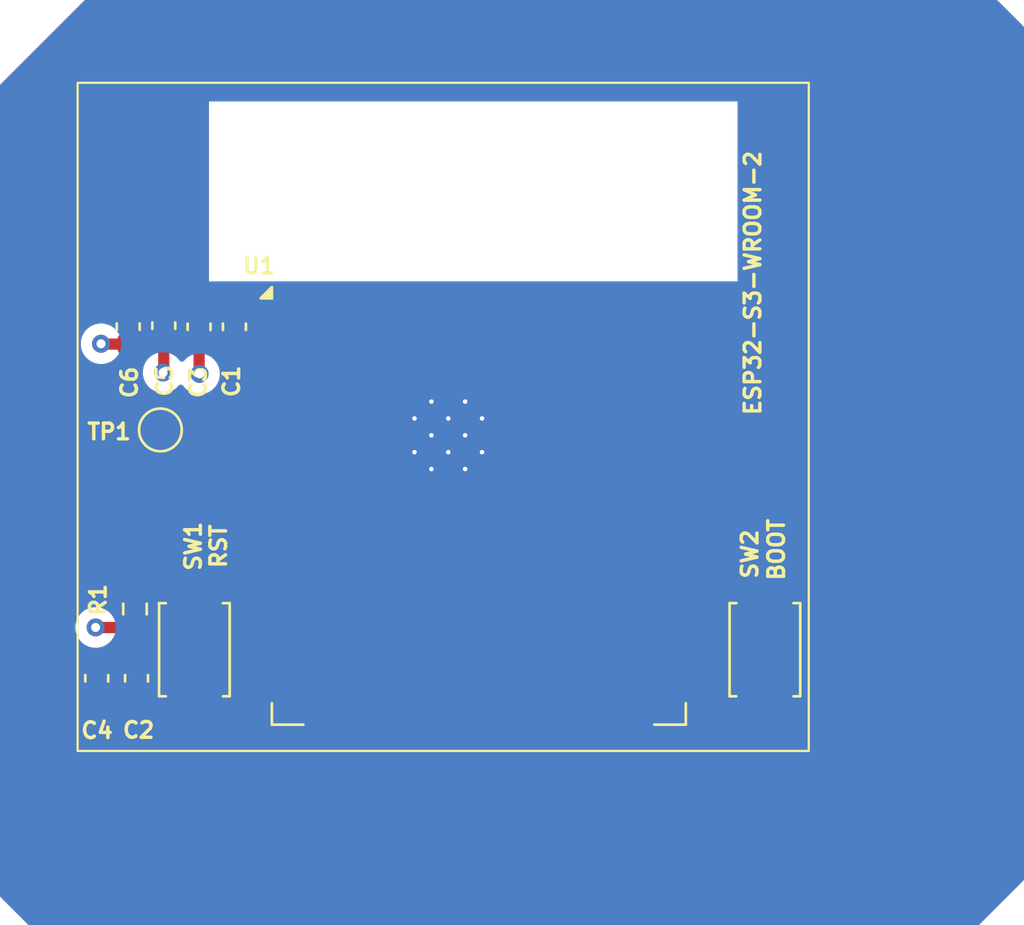
<source format=kicad_pcb>
(kicad_pcb (version 20241229) (generator "pcbnew") (generator_version "9.0")
  (layers (0 "F.Cu" signal) (4 "In1.Cu" signal) (6 "In2.Cu" signal) (2 "B.Cu" signal) (13 "F.Paste" user) (15 "B.Paste" user) (5 "F.SilkS" user "F.Silkscreen") (7 "B.SilkS" user "B.Silkscreen") (1 "F.Mask" user) (3 "B.Mask" user) (25 "Edge.Cuts" user))
  (net 0 "")
  (net 1 "/esp32-s3-wroom-2/3V3")
  (net 2 "/esp32-s3-wroom-2/GND")
  (net 3 "Net-(U1-EN)")
  (net 4 "Net-(U1-IO0)")
  (net 5 "/esp32-s3-wroom-2/IO15")
  (net 7 "/esp32-s3-wroom-2/IO12")
  (net 8 "/esp32-s3-wroom-2/IO6")
  (net 9 "/esp32-s3-wroom-2/MTDO{slash}IO40")
  (net 10 "/esp32-s3-wroom-2/IO21")
  (net 11 "/esp32-s3-wroom-2/IO46")
  (net 12 "/esp32-s3-wroom-2/IO7")
  (net 13 "/esp32-s3-wroom-2/IO8")
  (net 14 "/esp32-s3-wroom-2/IO18")
  (net 15 "/esp32-s3-wroom-2/IO2")
  (net 16 "/esp32-s3-wroom-2/IO3")
  (net 17 "/esp32-s3-wroom-2/IO48")
  (net 18 "/esp32-s3-wroom-2/IO10")
  (net 19 "/esp32-s3-wroom-2/IO47")
  (net 20 "/esp32-s3-wroom-2/IO9")
  (net 21 "/esp32-s3-wroom-2/MTCK{slash}IO39")
  (net 22 "/esp32-s3-wroom-2/IO45")
  (net 24 "/esp32-s3-wroom-2/IO13")
  (net 25 "/esp32-s3-wroom-2/IO11")
  (net 26 "/esp32-s3-wroom-2/RXD0{slash}IO44")
  (net 27 "/esp32-s3-wroom-2/IO5")
  (net 28 "/esp32-s3-wroom-2/USB_D-")
  (net 30 "/esp32-s3-wroom-2/IO4")
  (net 31 "/esp32-s3-wroom-2/IO38")
  (net 32 "/esp32-s3-wroom-2/IO17")
  (net 33 "/esp32-s3-wroom-2/IO14")
  (net 34 "/esp32-s3-wroom-2/IO16")
  (net 35 "/esp32-s3-wroom-2/MTDI{slash}IO41")
  (net 36 "/esp32-s3-wroom-2/USB_D+")
  (net 37 "/esp32-s3-wroom-2/TXD0{slash}IO43")
  (net 38 "/esp32-s3-wroom-2/IO1")
  (net 39 "/esp32-s3-wroom-2/MTMS{slash}IO42")
  (footprint "Capacitor_SMD:C_0603_1608Metric" (layer "F.Cu") (at 62.06 59.72 90)
    (property "Reference" "C6" (at -2.48 0.05 90) (layer "F.SilkS") (effects (font (size 0.7 0.7) (thickness 0.153))))
    (property "Value" "0.1uF")
    (fp_line (start -0.14058 -0.51) (end 0.14058 -0.51) (stroke (width 0.12)) (layer "F.SilkS"))
    (fp_line (start -0.14058 0.51) (end 0.14058 0.51) (stroke (width 0.12)) (layer "F.SilkS"))
    (pad "1" smd roundrect (at -0.775 0 90) (size 0.9 0.95) (layers "F.Cu" "F.Mask" "F.Paste") (net 1 "/esp32-s3-wroom-2/3V3"))
    (pad "2" smd roundrect (at 0.775 0 90) (size 0.9 0.95) (layers "F.Cu" "F.Mask" "F.Paste") (net 2 "/esp32-s3-wroom-2/GND"))
  )
  (footprint "TestPoint:TestPoint_Pad_D1.5mm" (layer "F.Cu") (at 63.49 64.31)
    (property "Reference" "TP1" (at -2.28 0.08 0) (layer "F.SilkS") (effects (font (size 0.7 0.7) (thickness 0.153))))
    (property "Value" "T_EN")
    (fp_circle (center 0 0) (end 0 0.95) (stroke (width 0.12)) (fill no) (layer "F.SilkS"))
    (pad "1" smd circle (at 0 0) (size 1.5 1.5) (layers "F.Cu" "F.Mask") (net 3 "Net-(U1-EN)"))
  )
  (footprint "Capacitor_SMD:C_0603_1608Metric" (layer "F.Cu") (at 66.78 59.725 90)
    (property "Reference" "C1" (at -2.425 -0.13 90) (layer "F.SilkS") (effects (font (size 0.7 0.7) (thickness 0.153))))
    (property "Value" "22uF")
    (fp_line (start -0.14058 -0.51) (end 0.14058 -0.51) (stroke (width 0.12)) (layer "F.SilkS"))
    (fp_line (start -0.14058 0.51) (end 0.14058 0.51) (stroke (width 0.12)) (layer "F.SilkS"))
    (pad "1" smd roundrect (at -0.775 0 90) (size 0.9 0.95) (layers "F.Cu" "F.Mask" "F.Paste") (net 1 "/esp32-s3-wroom-2/3V3"))
    (pad "2" smd roundrect (at 0.775 0 90) (size 0.9 0.95) (layers "F.Cu" "F.Mask" "F.Paste") (net 2 "/esp32-s3-wroom-2/GND"))
  )
  (footprint "RF_Module:ESP32-S3-WROOM-2" (layer "F.Cu") (at 77.645 64.46)
    (property "Reference" "U1" (at -10.575 -7.44 180) (layer "F.SilkS") (effects (font (size 0.7 0.7) (thickness 0.153)) (justify left)))
    (property "Value" "ESP32-S3-WROOM-2")
    (fp_line (start -9.2 12.95) (end -9.2 12) (stroke (width 0.12)) (layer "F.SilkS"))
    (fp_line (start -7.8 12.95) (end -9.2 12.95) (stroke (width 0.12)) (layer "F.SilkS"))
    (fp_line (start 7.8 12.95) (end 9.2 12.95) (stroke (width 0.12)) (layer "F.SilkS"))
    (fp_line (start 9.2 12.95) (end 9.2 12) (stroke (width 0.12)) (layer "F.SilkS"))
    (fp_poly (pts (xy -9.2 -6) (xy -9.7 -6) (xy -9.2 -6.5) (xy -9.2 -6)) (stroke (width 0.12)) (fill yes) (layer "F.SilkS"))
    (pad "1" smd rect (at -8.75 -5.26) (size 1.5 0.9) (layers "F.Cu" "F.Mask" "F.Paste") (net 2 "/esp32-s3-wroom-2/GND"))
    (pad "2" smd rect (at -8.75 -3.99) (size 1.5 0.9) (layers "F.Cu" "F.Mask" "F.Paste") (net 1 "/esp32-s3-wroom-2/3V3"))
    (pad "3" smd rect (at -8.75 -2.72) (size 1.5 0.9) (layers "F.Cu" "F.Mask" "F.Paste") (net 3 "Net-(U1-EN)"))
    (pad "4" smd rect (at -8.75 -1.45) (size 1.5 0.9) (layers "F.Cu" "F.Mask" "F.Paste") (net 30 "/esp32-s3-wroom-2/IO4"))
    (pad "5" smd rect (at -8.75 -0.18) (size 1.5 0.9) (layers "F.Cu" "F.Mask" "F.Paste") (net 27 "/esp32-s3-wroom-2/IO5"))
    (pad "6" smd rect (at -8.75 1.09) (size 1.5 0.9) (layers "F.Cu" "F.Mask" "F.Paste") (net 8 "/esp32-s3-wroom-2/IO6"))
    (pad "7" smd rect (at -8.75 2.36) (size 1.5 0.9) (layers "F.Cu" "F.Mask" "F.Paste") (net 12 "/esp32-s3-wroom-2/IO7"))
    (pad "8" smd rect (at -8.75 3.63) (size 1.5 0.9) (layers "F.Cu" "F.Mask" "F.Paste") (net 5 "/esp32-s3-wroom-2/IO15"))
    (pad "9" smd rect (at -8.75 4.9) (size 1.5 0.9) (layers "F.Cu" "F.Mask" "F.Paste") (net 34 "/esp32-s3-wroom-2/IO16"))
    (pad "10" smd rect (at -8.75 6.17) (size 1.5 0.9) (layers "F.Cu" "F.Mask" "F.Paste") (net 32 "/esp32-s3-wroom-2/IO17"))
    (pad "11" smd rect (at -8.75 7.44) (size 1.5 0.9) (layers "F.Cu" "F.Mask" "F.Paste") (net 14 "/esp32-s3-wroom-2/IO18"))
    (pad "12" smd rect (at -8.75 8.71) (size 1.5 0.9) (layers "F.Cu" "F.Mask" "F.Paste") (net 13 "/esp32-s3-wroom-2/IO8"))
    (pad "13" smd rect (at -8.75 9.98) (size 1.5 0.9) (layers "F.Cu" "F.Mask" "F.Paste") (net 28 "/esp32-s3-wroom-2/USB_D-"))
    (pad "14" smd rect (at -8.75 11.25) (size 1.5 0.9) (layers "F.Cu" "F.Mask" "F.Paste") (net 36 "/esp32-s3-wroom-2/USB_D+"))
    (pad "15" smd rect (at -6.985 12.5 90) (size 1.5 0.9) (layers "F.Cu" "F.Mask" "F.Paste") (net 16 "/esp32-s3-wroom-2/IO3"))
    (pad "16" smd rect (at -5.715 12.5 90) (size 1.5 0.9) (layers "F.Cu" "F.Mask" "F.Paste") (net 11 "/esp32-s3-wroom-2/IO46"))
    (pad "17" smd rect (at -4.445 12.5 90) (size 1.5 0.9) (layers "F.Cu" "F.Mask" "F.Paste") (net 20 "/esp32-s3-wroom-2/IO9"))
    (pad "18" smd rect (at -3.175 12.5 90) (size 1.5 0.9) (layers "F.Cu" "F.Mask" "F.Paste") (net 18 "/esp32-s3-wroom-2/IO10"))
    (pad "19" smd rect (at -1.905 12.5 90) (size 1.5 0.9) (layers "F.Cu" "F.Mask" "F.Paste") (net 25 "/esp32-s3-wroom-2/IO11"))
    (pad "20" smd rect (at -0.635 12.5 90) (size 1.5 0.9) (layers "F.Cu" "F.Mask" "F.Paste") (net 7 "/esp32-s3-wroom-2/IO12"))
    (pad "21" smd rect (at 0.635 12.5 90) (size 1.5 0.9) (layers "F.Cu" "F.Mask" "F.Paste") (net 24 "/esp32-s3-wroom-2/IO13"))
    (pad "22" smd rect (at 1.905 12.5 90) (size 1.5 0.9) (layers "F.Cu" "F.Mask" "F.Paste") (net 33 "/esp32-s3-wroom-2/IO14"))
    (pad "23" smd rect (at 3.175 12.5 90) (size 1.5 0.9) (layers "F.Cu" "F.Mask" "F.Paste") (net 10 "/esp32-s3-wroom-2/IO21"))
    (pad "24" smd rect (at 4.445 12.5 90) (size 1.5 0.9) (layers "F.Cu" "F.Mask" "F.Paste") (net 19 "/esp32-s3-wroom-2/IO47"))
    (pad "25" smd rect (at 5.715 12.5 90) (size 1.5 0.9) (layers "F.Cu" "F.Mask" "F.Paste") (net 17 "/esp32-s3-wroom-2/IO48"))
    (pad "26" smd rect (at 6.985 12.5 90) (size 1.5 0.9) (layers "F.Cu" "F.Mask" "F.Paste") (net 22 "/esp32-s3-wroom-2/IO45"))
    (pad "27" smd rect (at 8.75 11.25) (size 1.5 0.9) (layers "F.Cu" "F.Mask" "F.Paste") (net 4 "Net-(U1-IO0)"))
    (pad "28" smd rect (at 8.75 9.98) (size 1.5 0.9) (layers "F.Cu" "F.Mask" "F.Paste"))
    (pad "29" smd rect (at 8.75 8.71) (size 1.5 0.9) (layers "F.Cu" "F.Mask" "F.Paste"))
    (pad "30" smd rect (at 8.75 7.44) (size 1.5 0.9) (layers "F.Cu" "F.Mask" "F.Paste"))
    (pad "31" smd rect (at 8.75 6.17) (size 1.5 0.9) (layers "F.Cu" "F.Mask" "F.Paste") (net 31 "/esp32-s3-wroom-2/IO38"))
    (pad "32" smd rect (at 8.75 4.9) (size 1.5 0.9) (layers "F.Cu" "F.Mask" "F.Paste") (net 21 "/esp32-s3-wroom-2/MTCK{slash}IO39"))
    (pad "33" smd rect (at 8.75 3.63) (size 1.5 0.9) (layers "F.Cu" "F.Mask" "F.Paste") (net 9 "/esp32-s3-wroom-2/MTDO{slash}IO40"))
    (pad "34" smd rect (at 8.75 2.36) (size 1.5 0.9) (layers "F.Cu" "F.Mask" "F.Paste") (net 35 "/esp32-s3-wroom-2/MTDI{slash}IO41"))
    (pad "35" smd rect (at 8.75 1.09) (size 1.5 0.9) (layers "F.Cu" "F.Mask" "F.Paste") (net 39 "/esp32-s3-wroom-2/MTMS{slash}IO42"))
    (pad "36" smd rect (at 8.75 -0.18) (size 1.5 0.9) (layers "F.Cu" "F.Mask" "F.Paste") (net 26 "/esp32-s3-wroom-2/RXD0{slash}IO44"))
    (pad "37" smd rect (at 8.75 -1.45) (size 1.5 0.9) (layers "F.Cu" "F.Mask" "F.Paste") (net 37 "/esp32-s3-wroom-2/TXD0{slash}IO43"))
    (pad "38" smd rect (at 8.75 -2.72) (size 1.5 0.9) (layers "F.Cu" "F.Mask" "F.Paste") (net 15 "/esp32-s3-wroom-2/IO2"))
    (pad "39" smd rect (at 8.75 -3.99) (size 1.5 0.9) (layers "F.Cu" "F.Mask" "F.Paste") (net 38 "/esp32-s3-wroom-2/IO1"))
    (pad "40" smd rect (at 8.75 -5.26) (size 1.5 0.9) (layers "F.Cu" "F.Mask" "F.Paste") (net 2 "/esp32-s3-wroom-2/GND"))
    (pad "41" smd rect (at -2.86 -1.41) (size 1 1) (property pad_prop_heatsink) (layers "F.Cu" "F.Mask" "F.Paste") (net 2 "/esp32-s3-wroom-2/GND"))
    (pad "41" thru_hole circle (at -2.86 -0.66) (size 0.6 0.6) (drill 0.2) (property pad_prop_heatsink) (layers "*.Cu" "*.Mask") (net 2 "/esp32-s3-wroom-2/GND"))
    (pad "41" smd rect (at -2.86 0.09) (size 1 1) (property pad_prop_heatsink) (layers "F.Cu" "F.Mask" "F.Paste") (net 2 "/esp32-s3-wroom-2/GND"))
    (pad "41" thru_hole circle (at -2.86 0.84) (size 0.6 0.6) (drill 0.2) (property pad_prop_heatsink) (layers "*.Cu" "*.Mask") (net 2 "/esp32-s3-wroom-2/GND"))
    (pad "41" smd rect (at -2.86 1.59) (size 1 1) (property pad_prop_heatsink) (layers "F.Cu" "F.Mask" "F.Paste") (net 2 "/esp32-s3-wroom-2/GND"))
    (pad "41" thru_hole circle (at -2.11 -1.41) (size 0.6 0.6) (drill 0.2) (property pad_prop_heatsink) (layers "*.Cu" "*.Mask") (net 2 "/esp32-s3-wroom-2/GND"))
    (pad "41" thru_hole circle (at -2.11 0.09) (size 0.6 0.6) (drill 0.2) (property pad_prop_heatsink) (layers "*.Cu" "*.Mask") (net 2 "/esp32-s3-wroom-2/GND"))
    (pad "41" thru_hole circle (at -2.11 1.59) (size 0.6 0.6) (drill 0.2) (property pad_prop_heatsink) (layers "*.Cu" "*.Mask") (net 2 "/esp32-s3-wroom-2/GND"))
    (pad "41" smd rect (at -1.36 -1.41) (size 1 1) (property pad_prop_heatsink) (layers "F.Cu" "F.Mask" "F.Paste") (net 2 "/esp32-s3-wroom-2/GND"))
    (pad "41" thru_hole circle (at -1.36 -0.66) (size 0.6 0.6) (drill 0.2) (property pad_prop_heatsink) (layers "*.Cu" "*.Mask") (net 2 "/esp32-s3-wroom-2/GND"))
    (pad "41" smd rect (at -1.36 0.09) (size 1 1) (property pad_prop_heatsink) (layers "F.Cu" "F.Mask" "F.Paste") (net 2 "/esp32-s3-wroom-2/GND"))
    (pad "41" thru_hole circle (at -1.36 0.84) (size 0.6 0.6) (drill 0.2) (property pad_prop_heatsink) (layers "*.Cu" "*.Mask") (net 2 "/esp32-s3-wroom-2/GND"))
    (pad "41" smd rect (at -1.36 1.59) (size 1 1) (property pad_prop_heatsink) (layers "F.Cu" "F.Mask" "F.Paste") (net 2 "/esp32-s3-wroom-2/GND"))
    (pad "41" thru_hole circle (at -0.61 -1.41) (size 0.6 0.6) (drill 0.2) (property pad_prop_heatsink) (layers "*.Cu" "*.Mask") (net 2 "/esp32-s3-wroom-2/GND"))
    (pad "41" thru_hole circle (at -0.61 0.09) (size 0.6 0.6) (drill 0.2) (property pad_prop_heatsink) (layers "*.Cu" "*.Mask") (net 2 "/esp32-s3-wroom-2/GND"))
    (pad "41" thru_hole circle (at -0.61 1.59) (size 0.6 0.6) (drill 0.2) (property pad_prop_heatsink) (layers "*.Cu" "*.Mask") (net 2 "/esp32-s3-wroom-2/GND"))
    (pad "41" smd rect (at 0.14 -1.41) (size 1 1) (property pad_prop_heatsink) (layers "F.Cu" "F.Mask" "F.Paste") (net 2 "/esp32-s3-wroom-2/GND"))
    (pad "41" thru_hole circle (at 0.14 -0.66) (size 0.6 0.6) (drill 0.2) (property pad_prop_heatsink) (layers "*.Cu" "*.Mask") (net 2 "/esp32-s3-wroom-2/GND"))
    (pad "41" smd rect (at 0.14 0.09) (size 1 1) (property pad_prop_heatsink) (layers "F.Cu" "F.Mask" "F.Paste") (net 2 "/esp32-s3-wroom-2/GND"))
    (pad "41" thru_hole circle (at 0.14 0.84) (size 0.6 0.6) (drill 0.2) (property pad_prop_heatsink) (layers "*.Cu" "*.Mask") (net 2 "/esp32-s3-wroom-2/GND"))
    (pad "41" smd rect (at 0.14 1.59) (size 1 1) (property pad_prop_heatsink) (layers "F.Cu" "F.Mask" "F.Paste") (net 2 "/esp32-s3-wroom-2/GND"))
    (zone (net 0) (net_name "") (layers "F.Cu" "B.Cu" "In1.Cu" "In2.Cu") (connect_pads (clearance 0)) (min_thickness 0.25)
      (keepout (tracks not_allowed) (vias not_allowed) (pads not_allowed) (copperpour not_allowed) (footprints not_allowed))
      (fill (thermal_gap 0.5) (thermal_bridge_width 0.5))
      (polygon (pts (xy 65.645 49.71) (xy 89.145 49.71) (xy 89.145 57.71) (xy 65.645 57.71)))
    )
  )
  (footprint "Button_Switch_SMD:SW_Push_SPST_NO_Alps_SKRK" (layer "F.Cu") (at 90.36 74.08 90)
    (property "Reference" "SW2" (at 4.25 -0.67 90) (layer "F.SilkS") (effects (font (size 0.7 0.7) (thickness 0.153))))
    (property "Value" "BOOT" (at 4.45 0.51 90) (layer "F.SilkS") (effects (font (size 0.7 0.7) (thickness 0.153) (bold yes))))
    (fp_line (start 2.07 -1.57) (end 2.07 -1.27) (stroke (width 0.12)) (layer "F.SilkS"))
    (fp_line (start -2.07 -1.57) (end 2.07 -1.57) (stroke (width 0.12)) (layer "F.SilkS"))
    (fp_line (start -2.07 -1.27) (end -2.07 -1.57) (stroke (width 0.12)) (layer "F.SilkS"))
    (fp_line (start 2.07 1.27) (end 2.07 1.57) (stroke (width 0.12)) (layer "F.SilkS"))
    (fp_line (start 2.07 1.57) (end -2.07 1.57) (stroke (width 0.12)) (layer "F.SilkS"))
    (fp_line (start -2.07 1.57) (end -2.07 1.27) (stroke (width 0.12)) (layer "F.SilkS"))
    (pad "1" smd roundrect (at -2.1 0 90) (size 0.8 2) (layers "F.Cu" "F.Mask" "F.Paste") (net 4 "Net-(U1-IO0)"))
    (pad "2" smd roundrect (at 2.1 0 90) (size 0.8 2) (layers "F.Cu" "F.Mask" "F.Paste") (net 2 "/esp32-s3-wroom-2/GND"))
  )
  (footprint "Capacitor_SMD:C_0603_1608Metric" (layer "F.Cu") (at 65.21 59.725 90)
    (property "Reference" "C3" (at -2.465 -0.04 90) (layer "F.SilkS") (effects (font (size 0.7 0.7) (thickness 0.153))))
    (property "Value" "0.1uF")
    (fp_line (start -0.14058 -0.51) (end 0.14058 -0.51) (stroke (width 0.12)) (layer "F.SilkS"))
    (fp_line (start -0.14058 0.51) (end 0.14058 0.51) (stroke (width 0.12)) (layer "F.SilkS"))
    (pad "1" smd roundrect (at -0.775 0 90) (size 0.9 0.95) (layers "F.Cu" "F.Mask" "F.Paste") (net 1 "/esp32-s3-wroom-2/3V3"))
    (pad "2" smd roundrect (at 0.775 0 90) (size 0.9 0.95) (layers "F.Cu" "F.Mask" "F.Paste") (net 2 "/esp32-s3-wroom-2/GND"))
  )
  (footprint "Capacitor_SMD:C_0603_1608Metric" (layer "F.Cu") (at 63.64 59.675 90)
    (property "Reference" "C5" (at -2.455 0.04 90) (layer "F.SilkS") (effects (font (size 0.7 0.7) (thickness 0.153))))
    (property "Value" "0.1uF")
    (fp_line (start -0.14058 -0.51) (end 0.14058 -0.51) (stroke (width 0.12)) (layer "F.SilkS"))
    (fp_line (start -0.14058 0.51) (end 0.14058 0.51) (stroke (width 0.12)) (layer "F.SilkS"))
    (pad "1" smd roundrect (at -0.775 0 90) (size 0.9 0.95) (layers "F.Cu" "F.Mask" "F.Paste") (net 1 "/esp32-s3-wroom-2/3V3"))
    (pad "2" smd roundrect (at 0.775 0 90) (size 0.9 0.95) (layers "F.Cu" "F.Mask" "F.Paste") (net 2 "/esp32-s3-wroom-2/GND"))
  )
  (footprint "Button_Switch_SMD:SW_Push_SPST_NO_Alps_SKRK" (layer "F.Cu") (at 65 74.08 90)
    (property "Reference" "SW1" (at 4.6 -0.05 90) (layer "F.SilkS") (effects (font (size 0.7 0.7) (thickness 0.153))))
    (property "Value" "RST" (at 4.6 1.07 90) (layer "F.SilkS") (effects (font (size 0.7 0.7) (thickness 0.153) (bold yes))))
    (fp_line (start 2.07 -1.57) (end 2.07 -1.27) (stroke (width 0.12)) (layer "F.SilkS"))
    (fp_line (start -2.07 -1.57) (end 2.07 -1.57) (stroke (width 0.12)) (layer "F.SilkS"))
    (fp_line (start -2.07 -1.27) (end -2.07 -1.57) (stroke (width 0.12)) (layer "F.SilkS"))
    (fp_line (start 2.07 1.27) (end 2.07 1.57) (stroke (width 0.12)) (layer "F.SilkS"))
    (fp_line (start 2.07 1.57) (end -2.07 1.57) (stroke (width 0.12)) (layer "F.SilkS"))
    (fp_line (start -2.07 1.57) (end -2.07 1.27) (stroke (width 0.12)) (layer "F.SilkS"))
    (pad "1" smd roundrect (at -2.1 0 90) (size 0.8 2) (layers "F.Cu" "F.Mask" "F.Paste") (net 2 "/esp32-s3-wroom-2/GND"))
    (pad "2" smd roundrect (at 2.1 0 90) (size 0.8 2) (layers "F.Cu" "F.Mask" "F.Paste") (net 3 "Net-(U1-EN)"))
  )
  (footprint "Resistor_SMD:R_0603_1608Metric" (layer "F.Cu") (at 62.36 72.27 90)
    (property "Reference" "R1" (at 0.41 -1.64 90) (layer "F.SilkS") (effects (font (size 0.7 0.7) (thickness 0.153))))
    (property "Value" "10k")
    (fp_line (start -0.237258 -0.5225) (end 0.237258 -0.5225) (stroke (width 0.12)) (layer "F.SilkS"))
    (fp_line (start -0.237258 0.5225) (end 0.237258 0.5225) (stroke (width 0.12)) (layer "F.SilkS"))
    (pad "1" smd roundrect (at -0.825 0 90) (size 0.8 0.95) (layers "F.Cu" "F.Mask" "F.Paste") (net 1 "/esp32-s3-wroom-2/3V3"))
    (pad "2" smd roundrect (at 0.825 0 90) (size 0.8 0.95) (layers "F.Cu" "F.Mask" "F.Paste") (net 3 "Net-(U1-EN)"))
  )
  (footprint "Capacitor_SMD:C_0603_1608Metric" (layer "F.Cu") (at 60.66 75.35 -90)
    (property "Reference" "C4" (at 2.32 -0.01 180) (layer "F.SilkS") (effects (font (size 0.7 0.7) (thickness 0.153))))
    (property "Value" "0.1uF")
    (fp_line (start -0.14058 0.51) (end 0.14058 0.51) (stroke (width 0.12)) (layer "F.SilkS"))
    (fp_line (start -0.14058 -0.51) (end 0.14058 -0.51) (stroke (width 0.12)) (layer "F.SilkS"))
    (pad "1" smd roundrect (at -0.775 0 270) (size 0.9 0.95) (layers "F.Cu" "F.Mask" "F.Paste") (net 3 "Net-(U1-EN)"))
    (pad "2" smd roundrect (at 0.775 0 270) (size 0.9 0.95) (layers "F.Cu" "F.Mask" "F.Paste") (net 2 "/esp32-s3-wroom-2/GND"))
  )
  (footprint "Capacitor_SMD:C_0603_1608Metric" (layer "F.Cu") (at 62.43 75.35 -90)
    (property "Reference" "C2" (at 2.305 -0.09 180) (layer "F.SilkS") (effects (font (size 0.7 0.7) (thickness 0.153))))
    (property "Value" "1uF")
    (fp_line (start -0.14058 0.51) (end 0.14058 0.51) (stroke (width 0.12)) (layer "F.SilkS"))
    (fp_line (start -0.14058 -0.51) (end 0.14058 -0.51) (stroke (width 0.12)) (layer "F.SilkS"))
    (pad "1" smd roundrect (at -0.775 0 270) (size 0.9 0.95) (layers "F.Cu" "F.Mask" "F.Paste") (net 3 "Net-(U1-EN)"))
    (pad "2" smd roundrect (at 0.775 0 270) (size 0.9 0.95) (layers "F.Cu" "F.Mask" "F.Paste") (net 2 "/esp32-s3-wroom-2/GND"))
  )
  (gr_rect (start 59.81 48.88) (end 92.31 78.58) (stroke (width 0.1)) (fill no) (layer "F.SilkS"))
  (gr_text "ESP32-S3-WROOM-2" (at 90.23 63.73 90) (layer "F.SilkS") (effects (font (size 0.7 0.7) (thickness 0.153) (bold yes)) (justify left bottom)))
  (segment (start 65.21 61.8) (end 65.23 61.82) (width 0.5) (layer "F.Cu") (net 1))
  (segment (start 63.64 60.45) (end 65.16 60.45) (width 0.5) (layer "F.Cu") (net 1))
  (segment (start 62.06 60.495) (end 63.595 60.495) (width 0.5) (layer "F.Cu") (net 1))
  (segment (start 65.21 60.5) (end 66.78 60.5) (width 0.5) (layer "F.Cu") (net 1))
  (segment (start 66.78 60.5) (end 68.865 60.5) (width 0.5) (layer "F.Cu") (net 1))
  (segment (start 62.36 73.095) (end 60.615 73.095) (width 0.5) (layer "F.Cu") (net 1))
  (segment (start 65.16 60.45) (end 65.21 60.5) (width 0.5) (layer "F.Cu") (net 1))
  (segment (start 60.865 60.495) (end 60.85 60.48) (width 0.5) (layer "F.Cu") (net 1))
  (segment (start 63.64 60.45) (end 63.64 61.73) (width 0.5) (layer "F.Cu") (net 1))
  (segment (start 60.615 73.095) (end 60.61 73.09) (width 0.5) (layer "F.Cu") (net 1))
  (segment (start 68.865 60.5) (end 68.895 60.47) (width 0.5) (layer "F.Cu") (net 1))
  (segment (start 63.64 61.73) (end 63.61 61.76) (width 0.5) (layer "F.Cu") (net 1))
  (segment (start 65.21 60.5) (end 65.21 61.8) (width 0.5) (layer "F.Cu") (net 1))
  (segment (start 62.06 60.495) (end 60.865 60.495) (width 0.5) (layer "F.Cu") (net 1))
  (segment (start 63.595 60.495) (end 63.64 60.45) (width 0.5) (layer "F.Cu") (net 1))
  (via (at 63.61 61.76) (size 0.8) (drill 0.4) (layers "F.Cu" "B.Cu") (net 1))
  (via (at 65.23 61.82) (size 0.8) (drill 0.4) (layers "F.Cu" "B.Cu") (net 1))
  (via (at 60.61 73.09) (size 0.8) (drill 0.4) (layers "F.Cu" "B.Cu") (net 1))
  (via (at 60.85 60.48) (size 0.8) (drill 0.4) (layers "F.Cu" "B.Cu") (net 1))
  (segment (start 62.895 71.98) (end 62.36 71.445) (width 0.5) (layer "F.Cu") (net 3))
  (segment (start 62.36 65.44) (end 62.36 71.445) (width 0.5) (layer "F.Cu") (net 3))
  (segment (start 68.895 61.74) (end 66.94 61.74) (width 0.5) (layer "F.Cu") (net 3))
  (segment (start 65 71.98) (end 62.895 71.98) (width 0.5) (layer "F.Cu") (net 3))
  (segment (start 63.49 64.31) (end 62.36 65.44) (width 0.5) (layer "F.Cu") (net 3))
  (segment (start 60.59 74.725) (end 60.645 74.67) (width 0.5) (layer "F.Cu") (net 3))
  (segment (start 60.645 74.67) (end 64.32 74.67) (width 0.5) (layer "F.Cu") (net 3))
  (segment (start 64.32 74.67) (end 65 73.99) (width 0.5) (layer "F.Cu") (net 3))
  (segment (start 65 73.99) (end 65 71.98) (width 0.5) (layer "F.Cu") (net 3))
  (segment (start 64.37 64.31) (end 63.49 64.31) (width 0.5) (layer "F.Cu") (net 3))
  (segment (start 66.94 61.74) (end 64.37 64.31) (width 0.5) (layer "F.Cu") (net 3))
  (segment (start 86.395 75.71) (end 89.89 75.71) (width 0.4) (layer "F.Cu") (net 4))
  (segment (start 89.89 75.71) (end 90.36 76.18) (width 0.4) (layer "F.Cu") (net 4))
  (zone (net 2) (net_name "/esp32-s3-wroom-2/GND") (layers "F.Cu" "B.Cu" "In1.Cu" "In2.Cu") (name "TBR") (connect_pads yes (clearance 0.5)) (min_thickness 0.25) (fill yes (thermal_gap 0.5) (thermal_bridge_width 0.5))
    (polygon (pts (xy 60.13 45.2) (xy 100.68 45.2) (xy 101.88 46.4) (xy 101.88 84.31) (xy 99.86 86.33) (xy 57.64 86.33) (xy 56.36 85.05) (xy 56.36 48.97)))
  )
)
</source>
